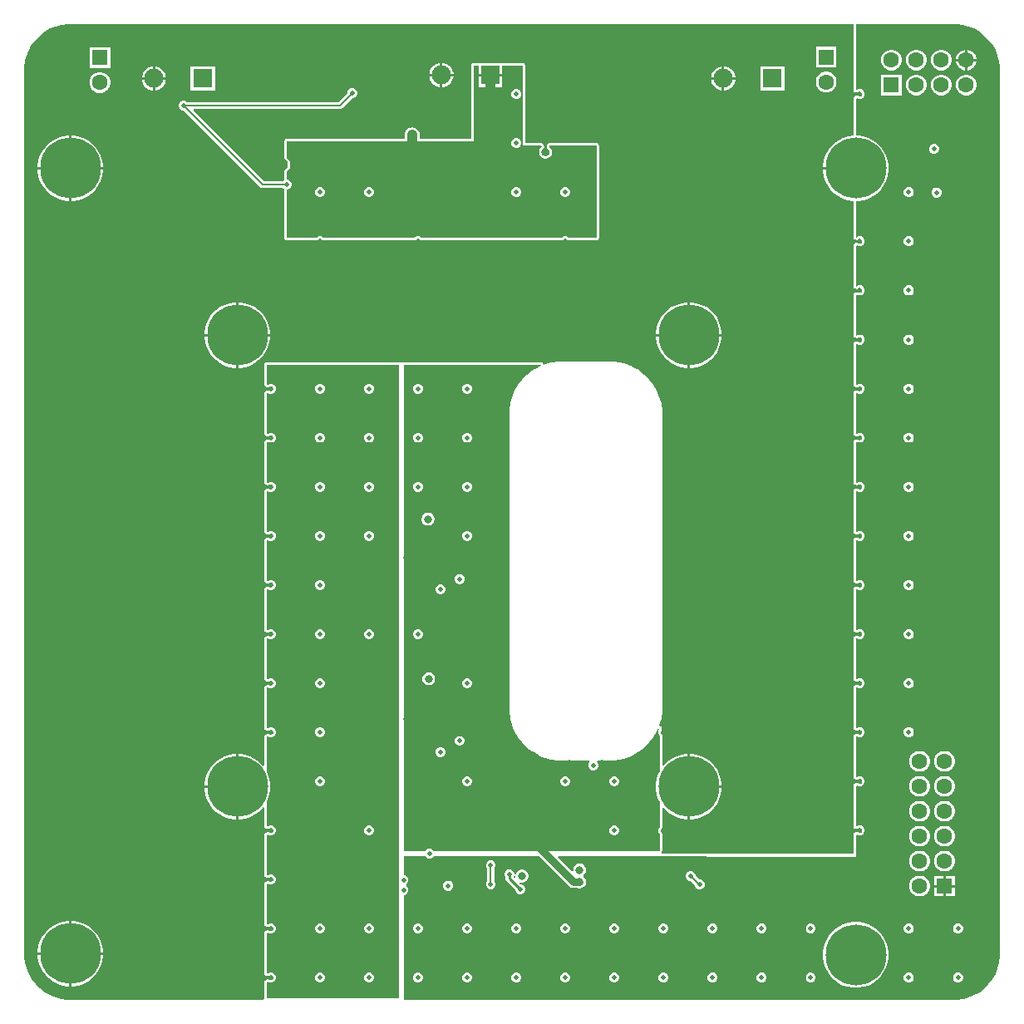
<source format=gbr>
%FSLAX23Y23*%
%MOIN*%
%SFA1B1*%

%IPPOS*%
%ADD40C,0.007870*%
%ADD41C,0.039370*%
%ADD42C,0.029530*%
%ADD43C,0.010000*%
%ADD46R,0.076770X0.076770*%
%ADD47C,0.076770*%
%ADD48C,0.062990*%
%ADD49R,0.062990X0.062990*%
%ADD50R,0.062990X0.062990*%
%ADD51C,0.244100*%
%ADD52C,0.019680*%
%ADD53C,0.050000*%
%ADD54C,0.031500*%
%LNbase_pcb1_copper_signal_bot-1*%
%LPD*%
G36*
X3336Y3662D02*
X3337Y3658D01*
X3339Y3654*
X3342Y3652*
X3347Y3650*
X3351Y3650*
X3354Y3650*
X3356Y3651*
X3360Y3653*
X3364*
X3368Y3652*
X3370Y3649*
X3372Y3645*
Y3641*
X3370Y3638*
X3368Y3635*
X3364Y3634*
X3360*
X3356Y3636*
X3354Y3636*
X3351Y3637*
X3347Y3636*
X3342Y3635*
X3339Y3632*
X3337Y3629*
X3336Y3625*
Y3478*
X3336*
X3315Y3475*
X3295Y3468*
X3277Y3459*
X3260Y3447*
X3245Y3432*
X3233Y3415*
X3224Y3397*
X3217Y3377*
X3214Y3356*
Y3351*
X3346*
Y3341*
X3214*
Y3336*
X3217Y3315*
X3224Y3295*
X3233Y3277*
X3245Y3260*
X3260Y3245*
X3277Y3233*
X3295Y3224*
X3315Y3217*
X3336Y3214*
X3336*
Y3071*
X3337Y3067*
X3339Y3064*
X3342Y3062*
Y3062*
X3347Y3060*
X3351Y3059*
X3354Y3060*
X3356Y3060*
X3360Y3062*
X3364*
X3368Y3061*
X3370Y3058*
X3372Y3055*
Y3051*
X3370Y3047*
X3368Y3045*
X3364Y3043*
X3360*
X3356Y3045*
X3354Y3046*
X3351Y3047*
X3347Y3046*
X3342Y3044*
X3339Y3042*
X3337Y3038*
X3336Y3035*
Y2874*
X3337Y2870*
X3339Y2867*
X3342Y2865*
X3347Y2863*
X3351Y2862*
X3354Y2863*
X3356Y2864*
X3360Y2866*
X3364*
X3368Y2864*
X3370Y2861*
X3372Y2858*
Y2854*
X3370Y2851*
X3368Y2848*
X3364Y2846*
X3360*
X3356Y2848*
X3354Y2849*
X3351Y2850*
X3347Y2849*
X3342Y2847*
X3339Y2845*
X3337Y2842*
X3336Y2838*
Y2677*
X3337Y2673*
X3339Y2670*
X3342Y2668*
X3347Y2666*
X3351Y2665*
X3354Y2666*
X3356Y2667*
X3360Y2669*
X3364*
X3368Y2667*
X3370Y2665*
X3372Y2661*
Y2657*
X3370Y2654*
X3368Y2651*
X3364Y2649*
X3360*
X3356Y2651*
X3354Y2652*
X3351Y2653*
X3347Y2652*
X3342Y2650*
X3339Y2648*
X3337Y2645*
X3336Y2641*
Y2481*
X3337Y2477*
X3339Y2473*
X3342Y2471*
X3347Y2469*
X3351Y2468*
X3354Y2469*
X3356Y2470*
X3360Y2472*
X3364*
X3368Y2470*
X3370Y2468*
X3372Y2464*
Y2460*
X3370Y2457*
X3368Y2454*
X3364Y2453*
X3360*
X3356Y2455*
X3354Y2455*
X3351Y2456*
X3347Y2455*
X3342Y2453*
X3339Y2451*
X3337Y2448*
X3336Y2444*
Y2284*
X3337Y2280*
X3339Y2276*
X3342Y2274*
X3347Y2272*
X3351Y2272*
X3354Y2272*
X3356Y2273*
X3360Y2275*
X3364*
X3368Y2274*
X3370Y2271*
X3372Y2267*
Y2263*
X3370Y2260*
X3368Y2257*
X3364Y2256*
X3360*
X3356Y2258*
X3354Y2258*
X3351Y2259*
X3347Y2258*
X3342Y2257*
X3339Y2254*
X3337Y2251*
X3336Y2247*
Y2087*
X3337Y2083*
X3339Y2080*
X3342Y2077*
X3347Y2076*
X3351Y2075*
X3354Y2076*
X3356Y2076*
X3360Y2078*
X3364*
X3368Y2077*
X3370Y2074*
X3372Y2070*
Y2067*
X3370Y2063*
X3368Y2060*
X3364Y2059*
X3360*
X3356Y2061*
X3354Y2062*
X3351Y2062*
X3347Y2062*
X3342Y2060*
X3339Y2057*
X3337Y2054*
X3336Y2050*
Y1890*
X3337Y1886*
X3339Y1883*
X3342Y1881*
X3347Y1879*
X3351Y1878*
X3354Y1879*
X3356Y1879*
X3360Y1881*
X3364*
X3368Y1880*
X3370Y1877*
X3372Y1874*
Y1870*
X3370Y1866*
X3368Y1864*
X3364Y1862*
X3360*
X3356Y1864*
X3354Y1865*
X3351Y1866*
X3347Y1865*
X3342Y1863*
X3339Y1861*
X3337Y1857*
X3336Y1853*
Y1693*
X3337Y1689*
X3339Y1686*
X3342Y1684*
X3347Y1682*
X3351Y1681*
X3354Y1682*
X3356Y1683*
X3360Y1685*
X3364*
X3368Y1683*
X3370Y1680*
X3372Y1677*
Y1673*
X3370Y1669*
X3368Y1667*
X3364Y1665*
X3360*
X3356Y1667*
X3354Y1668*
X3351Y1669*
X3347Y1668*
X3342Y1666*
X3339Y1664*
X3337Y1660*
X3336Y1657*
Y1496*
X3337Y1492*
X3339Y1489*
X3342Y1487*
X3347Y1485*
X3351Y1484*
X3354Y1485*
X3356Y1486*
X3360Y1488*
X3364*
X3368Y1486*
X3370Y1483*
X3372Y1480*
Y1476*
X3370Y1473*
X3368Y1470*
X3364Y1468*
X3360*
X3356Y1470*
X3354Y1471*
X3351Y1472*
X3347Y1471*
X3342Y1469*
X3339Y1467*
X3337Y1464*
X3336Y1460*
Y1299*
X3337Y1296*
X3339Y1292*
X3342Y1290*
X3347Y1288*
X3351Y1287*
X3354Y1288*
X3356Y1289*
X3360Y1291*
X3364*
X3368Y1289*
X3370Y1287*
X3372Y1283*
Y1279*
X3370Y1276*
X3368Y1273*
X3364Y1272*
X3360*
X3356Y1274*
X3354Y1274*
X3351Y1275*
X3347Y1274*
X3342Y1272*
X3339Y1270*
X3337Y1267*
X3336Y1263*
Y1103*
X3337Y1099*
X3339Y1095*
X3342Y1093*
X3347Y1091*
X3351Y1090*
X3354Y1091*
X3356Y1092*
X3360Y1094*
X3364*
X3368Y1092*
X3370Y1090*
X3372Y1086*
Y1082*
X3370Y1079*
X3368Y1076*
X3364Y1075*
X3360*
X3356Y1077*
X3354Y1077*
X3351Y1078*
X3347Y1077*
X3342Y1075*
X3339Y1073*
X3337Y1070*
X3336Y1066*
Y906*
X3337Y902*
X3339Y899*
X3342Y896*
X3347Y894*
X3351Y894*
X3354Y894*
X3356Y895*
X3360Y897*
X3364*
X3368Y896*
X3370Y893*
X3372Y889*
Y886*
X3370Y882*
X3368Y879*
X3364Y878*
X3360*
X3356Y880*
X3354Y881*
X3351Y881*
X3347Y881*
X3342Y879*
X3339Y876*
X3337Y873*
X3336Y869*
Y709*
X3337Y705*
X3339Y702*
X3342Y699*
X3347Y698*
X3351Y697*
X3354Y698*
X3356Y698*
X3360Y700*
X3364*
X3368Y699*
X3370Y696*
X3372Y693*
Y689*
X3370Y685*
X3368Y682*
X3364Y681*
X3360*
X3356Y683*
X3354Y684*
X3351Y684*
X3347Y684*
X3342Y682*
X3339Y680*
X3337Y676*
X3336Y672*
Y599*
X3332Y596*
X2569Y597*
X2567Y600*
X2567Y602*
X2568Y604*
X2569Y605*
Y605*
X2569Y607*
X2570Y609*
Y678*
X2569Y682*
X2567Y685*
X2567Y685*
X2565Y689*
Y693*
X2567Y696*
X2567Y696*
X2569Y699*
X2570Y703*
Y780*
X2574Y782*
X2576Y780*
X2591Y765*
X2607Y753*
X2626Y743*
X2646Y737*
X2666Y734*
X2672*
Y866*
Y998*
X2666*
X2646Y994*
X2626Y988*
X2607Y979*
X2591Y966*
X2576Y952*
X2574Y950*
X2570Y951*
Y1072*
X2569Y1076*
X2567Y1079*
X2567Y1079*
X2565Y1082*
Y1086*
X2567Y1090*
X2567Y1090*
X2568Y1091*
X2568Y1093*
X2569Y1093*
X2569Y1094*
X2569Y1095*
X2569Y1097*
X2569Y1097*
X2569Y1098*
X2569Y1101*
X2569Y1101*
X2569Y1102*
X2568Y1103*
X2568Y1104*
X2567Y1105*
X2567Y1106*
X2566Y1106*
X2565Y1107*
X2564Y1108*
X2564Y1108*
X2563Y1109*
X2561Y1109*
X2561Y1110*
X2560Y1112*
X2560Y1112*
X2559Y1115*
X2566Y1139*
X2566Y1140*
X2566Y1140*
X2570Y1166*
X2570Y1167*
X2570Y1168*
Y1181*
X2570Y2361*
Y2361*
X2570Y2374*
X2570Y2375*
X2570Y2376*
X2566Y2401*
X2566Y2402*
X2566Y2403*
X2559Y2428*
X2559Y2429*
X2559Y2429*
X2549Y2453*
X2549Y2454*
X2548Y2455*
X2535Y2477*
X2535Y2478*
X2534Y2478*
X2519Y2499*
X2518Y2499*
X2518Y2500*
X2499Y2518*
X2499Y2519*
X2498Y2519*
X2478Y2535*
X2477Y2536*
X2476Y2536*
X2454Y2549*
X2453Y2549*
X2452Y2550*
X2428Y2560*
X2428Y2560*
X2427Y2560*
X2402Y2567*
X2401Y2567*
X2400Y2567*
X2375Y2571*
X2374Y2570*
X2373Y2571*
X2360Y2571*
X2166*
X2153*
X2153Y2570*
X2152Y2570*
X2126Y2567*
X2125Y2567*
X2125Y2567*
X2100Y2560*
X2099Y2560*
X2098Y2560*
X2097Y2559*
X2092Y2562*
X2092Y2563*
X2091Y2564*
X2091Y2565*
X2090Y2566*
X2089Y2566*
X2089Y2567*
X2088Y2567*
X2087Y2568*
X2086Y2568*
X2085Y2569*
X2084*
X2083Y2569*
X1533*
X1529Y2568*
X1527Y2567*
X1524Y2566*
X1520Y2567*
X1519Y2568*
X1515Y2569*
X984*
X980Y2568*
X977Y2566*
X974Y2562*
X974Y2559*
Y2481*
X974Y2477*
X977Y2473*
X980Y2471*
X984Y2469*
X988Y2468*
X992Y2469*
X993Y2470*
X998Y2472*
X1002*
X1006Y2470*
X1008Y2468*
X1010Y2464*
Y2460*
X1008Y2457*
X1006Y2454*
X1002Y2453*
X998*
X993Y2455*
X992Y2455*
X988Y2456*
X984Y2455*
X980Y2453*
X977Y2451*
X974Y2448*
X974Y2444*
Y2284*
X974Y2280*
X977Y2276*
X980Y2274*
X984Y2272*
X988Y2272*
X992Y2272*
X993Y2273*
X998Y2275*
X1002*
X1006Y2274*
X1008Y2271*
X1010Y2267*
Y2263*
X1008Y2260*
X1006Y2257*
X1002Y2256*
X998*
X993Y2258*
X992Y2258*
X988Y2259*
X984Y2258*
X980Y2257*
X977Y2254*
X974Y2251*
X974Y2247*
Y2087*
X974Y2083*
X977Y2080*
X980Y2077*
X984Y2076*
X988Y2075*
X992Y2076*
X993Y2076*
X998Y2078*
X1002*
X1006Y2077*
X1008Y2074*
X1010Y2070*
Y2067*
X1008Y2063*
X1006Y2060*
X1002Y2059*
X998*
X993Y2061*
X992Y2062*
X988Y2062*
X984Y2062*
X980Y2060*
X977Y2057*
X974Y2054*
X974Y2050*
Y1890*
X974Y1886*
X977Y1883*
X980Y1881*
X984Y1879*
X988Y1878*
X992Y1879*
X993Y1879*
X998Y1881*
X1002*
X1006Y1880*
X1008Y1877*
X1010Y1874*
Y1870*
X1008Y1866*
X1006Y1864*
X1002Y1862*
X998*
X993Y1864*
X992Y1865*
X988Y1866*
X984Y1865*
X980Y1863*
X977Y1861*
X974Y1857*
X974Y1853*
Y1693*
X974Y1689*
X977Y1686*
X980Y1684*
X984Y1682*
X988Y1681*
X992Y1682*
X993Y1683*
X998Y1685*
X1002*
X1006Y1683*
X1008Y1680*
X1010Y1677*
Y1673*
X1008Y1669*
X1006Y1667*
X1002Y1665*
X998*
X993Y1667*
X992Y1668*
X988Y1669*
X984Y1668*
X980Y1666*
X977Y1664*
X974Y1660*
X974Y1657*
Y1496*
X974Y1492*
X977Y1489*
X980Y1487*
X984Y1485*
X988Y1484*
X992Y1485*
X993Y1486*
X998Y1488*
X1002*
X1006Y1486*
X1008Y1483*
X1010Y1480*
Y1476*
X1008Y1473*
X1006Y1470*
X1002Y1468*
X998*
X993Y1470*
X992Y1471*
X988Y1472*
X984Y1471*
X980Y1469*
X977Y1467*
X974Y1464*
X974Y1460*
Y1299*
X974Y1296*
X977Y1292*
X980Y1290*
X984Y1288*
X988Y1287*
X992Y1288*
X993Y1289*
X998Y1291*
X1002*
X1006Y1289*
X1008Y1287*
X1010Y1283*
Y1279*
X1008Y1276*
X1006Y1273*
X1002Y1272*
X998*
X993Y1274*
X992Y1274*
X988Y1275*
X984Y1274*
X980Y1272*
X977Y1270*
X974Y1267*
X974Y1263*
Y1103*
X974Y1099*
X977Y1095*
X980Y1093*
X984Y1091*
X988Y1090*
X992Y1091*
X993Y1092*
X998Y1094*
X1002*
X1006Y1092*
X1008Y1090*
X1010Y1086*
Y1082*
X1008Y1079*
X1006Y1076*
X1002Y1075*
X998*
X993Y1077*
X992Y1077*
X988Y1078*
X984Y1077*
X980Y1075*
X977Y1073*
X974Y1070*
X974Y1066*
Y950*
X969Y948*
X966Y952*
X952Y966*
X935Y979*
X916Y988*
X897Y994*
X876Y998*
X871*
Y866*
Y734*
X876*
X897Y737*
X916Y743*
X935Y753*
X952Y765*
X966Y780*
X969Y783*
X974Y781*
Y709*
X974Y705*
X977Y702*
X980Y699*
X984Y698*
X988Y697*
X992Y698*
X993Y698*
X998Y700*
X1002*
X1006Y699*
X1008Y696*
X1010Y693*
Y689*
X1008Y685*
X1006Y682*
X1002Y681*
X998*
X993Y683*
X992Y684*
X988Y684*
X984Y684*
X980Y682*
X977Y680*
X974Y676*
X974Y672*
Y512*
X974Y508*
X977Y505*
X980Y503*
X984Y501*
X988Y500*
X992Y501*
X993Y501*
X998Y503*
X1002*
X1006Y502*
X1008Y499*
X1010Y496*
Y492*
X1008Y488*
X1006Y486*
X1002Y484*
X998*
X993Y486*
X992Y487*
X988Y488*
X984Y487*
X980Y485*
X977Y483*
X974Y479*
X974Y475*
Y315*
X974Y311*
X977Y308*
X980Y306*
X984Y304*
X988Y303*
X992Y304*
X993Y305*
X998Y307*
X1002*
X1006Y305*
X1008Y302*
X1010Y299*
Y295*
X1008Y291*
X1006Y289*
X1002Y287*
X998*
X993Y289*
X992Y290*
X988Y291*
X984Y290*
X980Y288*
X977Y286*
X974Y283*
X974Y279*
Y118*
X974Y114*
X977Y111*
X980Y109*
X984Y107*
X988Y106*
X992Y107*
X993Y108*
X998Y110*
X1002*
X1006Y108*
X1008Y106*
X1010Y102*
Y98*
X1008Y95*
X1006Y92*
X1002Y90*
X998*
X993Y92*
X992Y93*
X988Y94*
X984Y93*
X980Y91*
X977Y89*
X974Y86*
X974Y82*
Y19*
X974Y17*
X972Y13*
X971Y12*
X184*
X160Y15*
X137Y21*
X114Y30*
X93Y42*
X74Y57*
X57Y74*
X42Y93*
X30Y114*
X21Y137*
X15Y160*
X12Y184*
Y196*
Y3740*
Y3752*
X15Y3776*
X21Y3799*
X30Y3822*
X42Y3843*
X57Y3862*
X74Y3879*
X93Y3894*
X114Y3906*
X137Y3915*
X160Y3921*
X184Y3924*
X3336*
Y3662*
G37*
G36*
X3776Y3921D02*
X3799Y3915D01*
X3822Y3906*
X3843Y3894*
X3862Y3879*
X3879Y3862*
X3894Y3843*
X3906Y3822*
X3915Y3799*
X3921Y3776*
X3924Y3752*
Y3740*
Y196*
Y184*
X3921Y160*
X3915Y137*
X3906Y114*
X3894Y93*
X3879Y74*
X3862Y57*
X3843Y42*
X3822Y30*
X3799Y21*
X3776Y15*
X3752Y12*
X1533*
Y432*
X1536*
X1544Y435*
X1549Y441*
X1552Y448*
Y456*
X1549Y464*
X1544Y469*
X1543Y469*
Y474*
X1544Y475*
X1549Y480*
X1552Y488*
Y496*
X1549Y503*
X1544Y508*
X1536Y511*
X1533*
Y586*
X1536Y589*
X1618Y589*
X1620Y586*
X1625Y580*
X1632Y577*
X1640*
X1648Y580*
X1653Y586*
X1654Y589*
X2012Y588*
X2075Y588*
X2196Y467*
X2205Y462*
X2214Y460*
X2232*
X2235Y459*
X2242*
X2249Y461*
X2254Y464*
X2259Y469*
X2263Y475*
X2264Y481*
Y488*
X2263Y495*
X2259Y500*
X2254Y505*
X2253Y506*
Y511*
X2254Y511*
X2259Y516*
X2263Y522*
X2264Y529*
Y535*
X2263Y542*
X2259Y548*
X2254Y553*
X2249Y556*
X2242Y558*
X2235*
X2229Y556*
X2223Y553*
X2218Y548*
X2215Y542*
X2213Y535*
Y529*
X2211Y528*
X2208Y527*
X2152Y583*
X2154Y588*
X3346Y585*
Y672*
X3351Y674*
X3351Y674*
X3358Y671*
X3366*
X3374Y674*
X3379Y679*
X3382Y687*
Y695*
X3379Y702*
X3374Y707*
X3366Y710*
X3358*
X3351Y707*
X3351Y707*
X3346Y709*
Y869*
X3351Y871*
X3351Y871*
X3358Y868*
X3366*
X3374Y871*
X3379Y876*
X3382Y884*
Y891*
X3379Y899*
X3374Y904*
X3366Y907*
X3358*
X3351Y904*
X3351Y904*
X3346Y906*
Y1066*
X3351Y1068*
X3351Y1067*
X3358Y1064*
X3366*
X3374Y1067*
X3379Y1073*
X3382Y1080*
Y1088*
X3379Y1096*
X3374Y1101*
X3366Y1104*
X3358*
X3351Y1101*
X3351Y1101*
X3346Y1103*
Y1263*
X3351Y1265*
X3351Y1264*
X3358Y1261*
X3366*
X3374Y1264*
X3379Y1270*
X3382Y1277*
Y1285*
X3379Y1292*
X3374Y1298*
X3366Y1301*
X3358*
X3351Y1298*
X3351Y1298*
X3346Y1299*
Y1460*
X3351Y1462*
X3351Y1461*
X3358Y1458*
X3366*
X3374Y1461*
X3379Y1467*
X3382Y1474*
Y1482*
X3379Y1489*
X3374Y1495*
X3366Y1498*
X3358*
X3351Y1495*
X3351Y1494*
X3346Y1496*
Y1657*
X3351Y1659*
X3351Y1658*
X3358Y1655*
X3366*
X3374Y1658*
X3379Y1664*
X3382Y1671*
Y1679*
X3379Y1686*
X3374Y1692*
X3366Y1695*
X3358*
X3351Y1692*
X3351Y1691*
X3346Y1693*
Y1853*
X3351Y1855*
X3351Y1855*
X3358Y1852*
X3366*
X3374Y1855*
X3379Y1860*
X3382Y1868*
Y1876*
X3379Y1883*
X3374Y1889*
X3366Y1892*
X3358*
X3351Y1889*
X3351Y1888*
X3346Y1890*
Y2050*
X3351Y2052*
X3351Y2052*
X3358Y2049*
X3366*
X3374Y2052*
X3379Y2057*
X3382Y2065*
Y2073*
X3379Y2080*
X3374Y2085*
X3366Y2088*
X3358*
X3351Y2085*
X3351Y2085*
X3346Y2087*
Y2247*
X3351Y2249*
X3351Y2249*
X3358Y2246*
X3366*
X3374Y2249*
X3379Y2254*
X3382Y2261*
Y2269*
X3379Y2277*
X3374Y2282*
X3366Y2285*
X3358*
X3351Y2282*
X3351Y2282*
X3346Y2284*
Y2444*
X3351Y2446*
X3351Y2445*
X3358Y2442*
X3366*
X3374Y2445*
X3379Y2451*
X3382Y2458*
Y2466*
X3379Y2474*
X3374Y2479*
X3366Y2482*
X3358*
X3351Y2479*
X3351Y2479*
X3346Y2481*
Y2641*
X3351Y2643*
X3351Y2642*
X3358Y2639*
X3366*
X3374Y2642*
X3379Y2648*
X3382Y2655*
Y2663*
X3379Y2670*
X3374Y2676*
X3366Y2679*
X3358*
X3351Y2676*
X3351Y2675*
X3346Y2677*
Y2838*
X3351Y2840*
X3351Y2839*
X3358Y2836*
X3366*
X3374Y2839*
X3379Y2845*
X3382Y2852*
Y2860*
X3379Y2867*
X3374Y2873*
X3366Y2876*
X3358*
X3351Y2873*
X3351Y2872*
X3346Y2874*
Y3035*
X3351Y3036*
X3351Y3036*
X3358Y3033*
X3366*
X3374Y3036*
X3379Y3042*
X3382Y3049*
Y3057*
X3379Y3064*
X3374Y3070*
X3366Y3073*
X3358*
X3351Y3070*
X3351Y3069*
X3346Y3071*
Y3214*
X3356*
X3377Y3217*
X3397Y3224*
X3415Y3233*
X3432Y3245*
X3447Y3260*
X3459Y3277*
X3468Y3295*
X3475Y3315*
X3478Y3336*
Y3356*
X3475Y3377*
X3468Y3397*
X3459Y3415*
X3447Y3432*
X3432Y3447*
X3415Y3459*
X3397Y3468*
X3377Y3475*
X3356Y3478*
X3346*
Y3625*
X3351Y3627*
X3351Y3627*
X3358Y3624*
X3366*
X3374Y3627*
X3379Y3632*
X3382Y3639*
Y3647*
X3379Y3655*
X3374Y3660*
X3366Y3663*
X3358*
X3351Y3660*
X3351Y3660*
X3346Y3662*
Y3924*
X3752*
X3776Y3921*
G37*
G36*
X1515Y502D02*
X1513Y496D01*
Y488*
X1515Y481*
Y462*
X1513Y456*
Y448*
X1515Y442*
Y19*
X984*
Y82*
X988Y84*
X989Y83*
X996Y80*
X1004*
X1011Y83*
X1017Y89*
X1020Y96*
Y104*
X1017Y111*
X1011Y117*
X1004Y120*
X996*
X989Y117*
X988Y116*
X984Y118*
Y279*
X988Y281*
X989Y280*
X996Y277*
X1004*
X1011Y280*
X1017Y286*
X1020Y293*
Y301*
X1017Y308*
X1011Y314*
X1004Y317*
X996*
X989Y314*
X988Y313*
X984Y315*
Y475*
X988Y477*
X989Y477*
X996Y474*
X1004*
X1011Y477*
X1017Y483*
X1020Y490*
Y498*
X1017Y505*
X1011Y511*
X1004Y514*
X996*
X989Y511*
X988Y510*
X984Y512*
Y672*
X988Y674*
X989Y674*
X996Y671*
X1004*
X1011Y674*
X1017Y679*
X1020Y687*
Y695*
X1017Y702*
X1011Y707*
X1004Y710*
X996*
X989Y707*
X988Y707*
X984Y709*
Y807*
X988Y815*
X994Y835*
X998Y855*
Y876*
X994Y897*
X988Y916*
X984Y925*
Y1066*
X988Y1068*
X989Y1067*
X996Y1064*
X1004*
X1011Y1067*
X1017Y1073*
X1020Y1080*
Y1088*
X1017Y1096*
X1011Y1101*
X1004Y1104*
X996*
X989Y1101*
X988Y1101*
X984Y1103*
Y1263*
X988Y1265*
X989Y1264*
X996Y1261*
X1004*
X1011Y1264*
X1017Y1270*
X1020Y1277*
Y1285*
X1017Y1292*
X1011Y1298*
X1004Y1301*
X996*
X989Y1298*
X988Y1298*
X984Y1299*
Y1460*
X988Y1462*
X989Y1461*
X996Y1458*
X1004*
X1011Y1461*
X1017Y1467*
X1020Y1474*
Y1482*
X1017Y1489*
X1011Y1495*
X1004Y1498*
X996*
X989Y1495*
X988Y1494*
X984Y1496*
Y1657*
X988Y1659*
X989Y1658*
X996Y1655*
X1004*
X1011Y1658*
X1017Y1664*
X1020Y1671*
Y1679*
X1017Y1686*
X1011Y1692*
X1004Y1695*
X996*
X989Y1692*
X988Y1691*
X984Y1693*
Y1853*
X988Y1855*
X989Y1855*
X996Y1852*
X1004*
X1011Y1855*
X1017Y1860*
X1020Y1868*
Y1876*
X1017Y1883*
X1011Y1889*
X1004Y1892*
X996*
X989Y1889*
X988Y1888*
X984Y1890*
Y2050*
X988Y2052*
X989Y2052*
X996Y2049*
X1004*
X1011Y2052*
X1017Y2057*
X1020Y2065*
Y2073*
X1017Y2080*
X1011Y2085*
X1004Y2088*
X996*
X989Y2085*
X988Y2085*
X984Y2087*
Y2247*
X988Y2249*
X989Y2249*
X996Y2246*
X1004*
X1011Y2249*
X1017Y2254*
X1020Y2261*
Y2269*
X1017Y2277*
X1011Y2282*
X1004Y2285*
X996*
X989Y2282*
X988Y2282*
X984Y2284*
Y2444*
X988Y2446*
X989Y2445*
X996Y2442*
X1004*
X1011Y2445*
X1017Y2451*
X1020Y2458*
Y2466*
X1017Y2474*
X1011Y2479*
X1004Y2482*
X996*
X989Y2479*
X988Y2479*
X984Y2481*
Y2559*
X1515*
Y502*
G37*
G36*
X2084Y2554D02*
X2074Y2550D01*
X2074Y2549*
X2073Y2549*
X2050Y2536*
X2050Y2536*
X2049Y2535*
X2029Y2519*
X2028Y2519*
X2027Y2518*
X2009Y2500*
X2009Y2499*
X2008Y2499*
X1992Y2478*
X1992Y2478*
X1991Y2477*
X1979Y2455*
X1978Y2454*
X1978Y2453*
X1968Y2429*
X1968Y2429*
X1967Y2428*
X1961Y2403*
X1961Y2402*
X1960Y2401*
X1957Y2376*
X1957Y2375*
X1957Y2374*
Y2361*
Y1181*
Y1168*
X1957Y1167*
X1957Y1166*
X1960Y1140*
X1961Y1140*
X1961Y1139*
X1967Y1114*
X1968Y1113*
X1968Y1112*
X1978Y1088*
X1978Y1088*
X1979Y1087*
X1991Y1065*
X1992Y1064*
X1992Y1063*
X2008Y1043*
X2009Y1042*
X2009Y1042*
X2027Y1023*
X2028Y1023*
X2029Y1022*
X2049Y1007*
X2050Y1006*
X2050Y1006*
X2073Y993*
X2074Y992*
X2074Y992*
X2098Y982*
X2099Y982*
X2100Y982*
X2125Y975*
X2125Y975*
X2126Y975*
X2152Y971*
X2153Y971*
X2153Y971*
X2166*
X2188*
X2192Y972*
X2199Y975*
X2204Y972*
X2204Y970*
X2277*
X2279Y965*
X2276Y963*
X2273Y955*
Y947*
X2276Y940*
X2282Y934*
X2289Y931*
X2297*
X2304Y934*
X2310Y940*
X2313Y947*
Y955*
X2310Y963*
X2308Y965*
X2310Y970*
X2322*
Y972*
X2322Y972*
X2327Y974*
X2333Y972*
X2337Y971*
X2341*
X2373*
X2374Y971*
X2375Y971*
X2400Y975*
X2401Y975*
X2402Y975*
X2427Y982*
X2428Y982*
X2428Y982*
X2452Y992*
X2453Y992*
X2454Y993*
X2476Y1006*
X2477Y1006*
X2477Y1007*
X2498Y1022*
X2498Y1023*
X2499Y1023*
X2517Y1042*
X2518Y1042*
X2518Y1043*
X2534Y1063*
X2535Y1064*
X2535Y1065*
X2548Y1087*
X2548Y1088*
X2549Y1088*
X2554Y1100*
X2559Y1099*
X2559Y1097*
X2558Y1096*
X2555Y1088*
Y1080*
X2558Y1073*
X2560Y1072*
Y927*
X2554Y916*
X2548Y897*
X2545Y876*
Y855*
X2548Y835*
X2554Y815*
X2560Y805*
Y703*
X2558Y702*
X2555Y695*
Y687*
X2558Y679*
X2560Y678*
Y609*
X1653Y608*
X1653Y608*
X1648Y614*
X1640Y617*
X1632*
X1625Y614*
X1620Y608*
X1619Y608*
X1536Y608*
X1533Y611*
Y2559*
X2083*
X2084Y2554*
G37*
%LNbase_pcb1_copper_signal_bot-2*%
%LPC*%
G36*
X2010Y3769D02*
X1929D01*
X1927Y3768*
X1835*
X1833Y3769*
X1814*
X1811Y3768*
X1807Y3766*
X1805Y3763*
X1804Y3759*
Y3464*
X1597*
Y3480*
X1596Y3488*
X1593Y3495*
X1588Y3501*
X1582Y3506*
X1574Y3509*
X1567Y3510*
X1559Y3509*
X1552Y3506*
X1545Y3501*
X1541Y3495*
X1538Y3488*
X1537Y3480*
Y3464*
X1063*
X1059Y3463*
X1056Y3461*
X1054Y3458*
X1053Y3454*
Y3390*
X1053Y3389*
X1053Y3387*
X1054Y3387*
X1054Y3386*
X1054Y3385*
X1055Y3384*
X1056Y3383*
X1056Y3383*
X1057Y3382*
X1058Y3381*
X1059Y3381*
X1063Y3376*
X1067Y3370*
X1068Y3364*
Y3358*
X1067Y3351*
X1063Y3346*
X1059Y3341*
X1058Y3341*
X1057Y3340*
X1056Y3339*
X1056Y3338*
X1055Y3338*
X1054Y3337*
X1054Y3336*
X1054Y3335*
X1053Y3334*
X1053Y3333*
X1053Y3332*
Y3301*
X1053Y3298*
X1052Y3298*
X1049Y3295*
X974*
X690Y3579*
X691Y3584*
X1276*
X1282Y3585*
X1286Y3588*
X1327Y3628*
X1330*
X1338Y3631*
X1343Y3637*
X1346Y3644*
Y3652*
X1343Y3659*
X1338Y3665*
X1330Y3668*
X1322*
X1315Y3665*
X1309Y3659*
X1306Y3652*
Y3648*
X1270Y3612*
X664*
X662Y3615*
X655Y3618*
X647*
X639Y3615*
X634Y3609*
X631Y3602*
Y3594*
X634Y3587*
X639Y3581*
X647Y3578*
X650*
X958Y3271*
X962Y3268*
X968Y3267*
X1049*
X1052Y3264*
X1053Y3264*
X1053Y3261*
Y3069*
X1054Y3065*
X1056Y3062*
X1059Y3059*
X1063Y3059*
X1185*
X1189Y3059*
X1191Y3061*
X1195Y3062*
X1199*
X1203Y3061*
X1205Y3059*
X1209Y3059*
X1579*
X1583Y3059*
X1584Y3061*
X1589Y3062*
X1593*
X1597Y3061*
X1599Y3059*
X1603Y3059*
X2169*
X2173Y3059*
X2175Y3061*
X2179Y3062*
X2183*
X2188Y3061*
X2189Y3059*
X2193Y3059*
X2306*
X2310Y3059*
X2313Y3062*
X2315Y3065*
X2316Y3069*
Y3436*
X2315Y3440*
X2313Y3443*
X2310Y3446*
X2306Y3446*
X2119*
X2118Y3446*
X2117Y3446*
X2116Y3446*
X2115Y3446*
X2114Y3445*
X2114Y3445*
X2113Y3444*
X2111Y3443*
X2111Y3443*
X2111Y3442*
X2110Y3441*
X2109Y3440*
X2109Y3439*
X2109Y3439*
X2107Y3434*
X2107Y3433*
X2107Y3433*
X2107Y3432*
X2107Y3431*
X2107Y3431*
X2107Y3430*
X2107Y3429*
X2107Y3429*
X2108Y3428*
X2108Y3427*
X2108Y3427*
X2108Y3426*
X2109Y3426*
X2109Y3425*
X2110Y3424*
X2110Y3424*
X2114Y3420*
X2116Y3417*
X2117Y3413*
Y3409*
X2116Y3405*
X2114Y3401*
X2111Y3398*
X2108Y3396*
X2104Y3395*
X2100*
X2096Y3396*
X2092Y3398*
X2089Y3401*
X2087Y3405*
X2086Y3409*
Y3413*
X2087Y3417*
X2089Y3420*
X2093Y3424*
X2093Y3424*
X2094Y3425*
X2094Y3426*
X2095Y3426*
X2095Y3427*
X2095Y3427*
X2095Y3428*
X2096Y3429*
X2096Y3429*
X2096Y3430*
X2096Y3431*
X2096Y3431*
X2096Y3432*
X2096Y3433*
X2096Y3433*
X2096Y3434*
X2094Y3439*
X2094Y3439*
X2094Y3440*
X2093Y3441*
X2093Y3442*
X2092Y3443*
X2092Y3443*
X2091Y3444*
X2090Y3445*
X2089Y3445*
X2088Y3446*
X2087Y3446*
X2086Y3446*
X2085Y3446*
X2084Y3446*
X2020*
Y3759*
X2019Y3763*
X2017Y3766*
X2014Y3768*
X2010Y3769*
G37*
G36*
X3269Y3833D02*
X3186D01*
Y3750*
X3269*
Y3833*
G37*
G36*
X356Y3832D02*
X273D01*
Y3749*
X356*
Y3832*
G37*
G36*
X1690Y3768D02*
X1689D01*
Y3725*
X1733*
Y3726*
X1729Y3739*
X1723Y3750*
X1714Y3759*
X1703Y3765*
X1690Y3768*
G37*
G36*
X1679D02*
X1678D01*
X1665Y3765*
X1654Y3759*
X1645Y3750*
X1639Y3739*
X1636Y3726*
Y3725*
X1679*
Y3768*
G37*
G36*
X2821Y3755D02*
X2819D01*
Y3712*
X2863*
Y3713*
X2860Y3725*
X2853Y3736*
X2844Y3745*
X2833Y3752*
X2821Y3755*
G37*
G36*
X2809D02*
X2808D01*
X2796Y3752*
X2785Y3745*
X2776Y3736*
X2769Y3725*
X2766Y3713*
Y3712*
X2809*
Y3755*
G37*
G36*
X537Y3754D02*
X536D01*
Y3711*
X579*
Y3712*
X576Y3724*
X570Y3735*
X561Y3744*
X550Y3751*
X537Y3754*
G37*
G36*
X526D02*
X525D01*
X512Y3751*
X501Y3744*
X492Y3735*
X486Y3724*
X483Y3712*
Y3711*
X526*
Y3754*
G37*
G36*
X1733Y3715D02*
X1689D01*
Y3672*
X1690*
X1703Y3675*
X1714Y3681*
X1723Y3690*
X1729Y3701*
X1733Y3714*
Y3715*
G37*
G36*
X1679D02*
X1636D01*
Y3714*
X1639Y3701*
X1645Y3690*
X1654Y3681*
X1665Y3675*
X1678Y3672*
X1679*
Y3715*
G37*
G36*
X3060Y3755D02*
X2963D01*
Y3658*
X3060*
Y3755*
G37*
G36*
X2863Y3702D02*
X2819D01*
Y3658*
X2821*
X2833Y3661*
X2844Y3668*
X2853Y3677*
X2860Y3688*
X2863Y3700*
Y3702*
G37*
G36*
X2809D02*
X2766D01*
Y3700*
X2769Y3688*
X2776Y3677*
X2785Y3668*
X2796Y3661*
X2808Y3658*
X2809*
Y3702*
G37*
G36*
X776Y3754D02*
X679D01*
Y3657*
X776*
Y3754*
G37*
G36*
X579Y3701D02*
X536D01*
Y3657*
X537*
X550Y3661*
X561Y3667*
X570Y3676*
X576Y3687*
X579Y3699*
Y3701*
G37*
G36*
X526D02*
X483D01*
Y3699*
X486Y3687*
X492Y3676*
X501Y3667*
X512Y3661*
X525Y3657*
X526*
Y3701*
G37*
G36*
X3233Y3733D02*
X3222D01*
X3212Y3730*
X3202Y3725*
X3195Y3717*
X3189Y3708*
X3186Y3697*
Y3686*
X3189Y3676*
X3195Y3666*
X3202Y3658*
X3212Y3653*
X3222Y3650*
X3233*
X3244Y3653*
X3253Y3658*
X3261Y3666*
X3267Y3676*
X3269Y3686*
Y3697*
X3267Y3708*
X3261Y3717*
X3253Y3725*
X3244Y3730*
X3233Y3733*
G37*
G36*
X320Y3732D02*
X309D01*
X298Y3729*
X289Y3724*
X281Y3716*
X276Y3707*
X273Y3696*
Y3685*
X276Y3675*
X281Y3665*
X289Y3658*
X298Y3652*
X309Y3649*
X320*
X330Y3652*
X340Y3658*
X348Y3665*
X353Y3675*
X356Y3685*
Y3696*
X353Y3707*
X348Y3716*
X340Y3724*
X330Y3729*
X320Y3732*
G37*
G36*
X207Y3478D02*
X201D01*
Y3351*
X328*
Y3356*
X325Y3377*
X319Y3397*
X309Y3415*
X297Y3432*
X282Y3447*
X266Y3459*
X247Y3468*
X227Y3475*
X207Y3478*
G37*
G36*
X191D02*
X186D01*
X165Y3475*
X146Y3468*
X127Y3459*
X110Y3447*
X96Y3432*
X83Y3415*
X74Y3397*
X68Y3377*
X64Y3356*
Y3351*
X191*
Y3478*
G37*
G36*
X328Y3341D02*
X201D01*
Y3214*
X207*
X227Y3217*
X247Y3224*
X266Y3233*
X282Y3245*
X297Y3260*
X309Y3277*
X319Y3295*
X325Y3315*
X328Y3336*
Y3341*
G37*
G36*
X191D02*
X64D01*
Y3336*
X68Y3315*
X74Y3295*
X83Y3277*
X96Y3260*
X110Y3245*
X127Y3233*
X146Y3224*
X165Y3217*
X186Y3214*
X191*
Y3341*
G37*
G36*
X2687Y2809D02*
X2682D01*
Y2682*
X2809*
Y2687*
X2805Y2708*
X2799Y2727*
X2790Y2746*
X2777Y2763*
X2763Y2777*
X2746Y2790*
X2727Y2799*
X2708Y2805*
X2687Y2809*
G37*
G36*
X2672D02*
X2666D01*
X2646Y2805*
X2626Y2799*
X2607Y2790*
X2591Y2777*
X2576Y2763*
X2564Y2746*
X2554Y2727*
X2548Y2708*
X2545Y2687*
Y2682*
X2672*
Y2809*
G37*
G36*
X876D02*
X871D01*
Y2682*
X998*
Y2687*
X994Y2708*
X988Y2727*
X979Y2746*
X966Y2763*
X952Y2777*
X935Y2790*
X916Y2799*
X897Y2805*
X876Y2809*
G37*
G36*
X861D02*
X855D01*
X835Y2805*
X815Y2799*
X796Y2790*
X780Y2777*
X765Y2763*
X753Y2746*
X743Y2727*
X737Y2708*
X734Y2687*
Y2682*
X861*
Y2809*
G37*
G36*
X2809Y2672D02*
X2682D01*
Y2545*
X2687*
X2708Y2548*
X2727Y2554*
X2746Y2564*
X2763Y2576*
X2777Y2591*
X2790Y2607*
X2799Y2626*
X2805Y2646*
X2809Y2666*
Y2672*
G37*
G36*
X2672D02*
X2545D01*
Y2666*
X2548Y2646*
X2554Y2626*
X2564Y2607*
X2576Y2591*
X2591Y2576*
X2607Y2564*
X2626Y2554*
X2646Y2548*
X2666Y2545*
X2672*
Y2672*
G37*
G36*
X998D02*
X871D01*
Y2545*
X876*
X897Y2548*
X916Y2554*
X935Y2564*
X952Y2576*
X966Y2591*
X979Y2607*
X988Y2626*
X994Y2646*
X998Y2666*
Y2672*
G37*
G36*
X861D02*
X734D01*
Y2666*
X737Y2646*
X743Y2626*
X753Y2607*
X765Y2591*
X780Y2576*
X796Y2564*
X815Y2554*
X835Y2548*
X855Y2545*
X861*
Y2672*
G37*
G36*
X2687Y998D02*
X2682D01*
Y871*
X2809*
Y876*
X2805Y897*
X2799Y916*
X2790Y935*
X2777Y952*
X2763Y966*
X2746Y979*
X2727Y988*
X2708Y994*
X2687Y998*
G37*
G36*
X861D02*
X855D01*
X835Y994*
X815Y988*
X796Y979*
X780Y966*
X765Y952*
X753Y935*
X743Y916*
X737Y897*
X734Y876*
Y871*
X861*
Y998*
G37*
G36*
X2809Y861D02*
X2682D01*
Y734*
X2687*
X2708Y737*
X2727Y743*
X2746Y753*
X2763Y765*
X2777Y780*
X2790Y796*
X2799Y815*
X2805Y835*
X2809Y855*
Y861*
G37*
G36*
X861D02*
X734D01*
Y855*
X737Y835*
X743Y815*
X753Y796*
X765Y780*
X780Y765*
X796Y753*
X815Y743*
X835Y737*
X855Y734*
X861*
Y861*
G37*
G36*
X207Y328D02*
X201D01*
Y201*
X328*
Y207*
X325Y227*
X319Y247*
X309Y266*
X297Y282*
X282Y297*
X266Y309*
X247Y319*
X227Y325*
X207Y328*
G37*
G36*
X191D02*
X186D01*
X165Y325*
X146Y319*
X127Y309*
X110Y297*
X96Y282*
X83Y266*
X74Y247*
X68Y227*
X64Y207*
Y201*
X191*
Y328*
G37*
G36*
X328Y191D02*
X201D01*
Y64*
X207*
X227Y68*
X247Y74*
X266Y83*
X282Y96*
X297Y110*
X309Y127*
X319Y146*
X325Y165*
X328Y186*
Y191*
G37*
G36*
X191D02*
X64D01*
Y186*
X68Y165*
X74Y146*
X83Y127*
X96Y110*
X110Y96*
X127Y83*
X146Y74*
X165Y68*
X186Y64*
X191*
Y191*
G37*
%LNbase_pcb1_copper_signal_bot-3*%
%LPD*%
G36*
X2010Y3436D02*
X2084D01*
X2086Y3431*
X2086Y3431*
X2081Y3426*
X2078Y3420*
X2076Y3414*
Y3407*
X2078Y3401*
X2081Y3395*
X2086Y3390*
X2092Y3387*
X2098Y3385*
X2105*
X2111Y3387*
X2117Y3390*
X2122Y3395*
X2126Y3401*
X2127Y3407*
Y3414*
X2126Y3420*
X2122Y3426*
X2117Y3431*
X2117Y3431*
X2119Y3436*
X2306*
Y3069*
X2193*
X2192Y3070*
X2185Y3073*
X2177*
X2170Y3070*
X2169Y3069*
X1603*
X1602Y3070*
X1595Y3073*
X1587*
X1579Y3070*
X1579Y3069*
X1209*
X1208Y3070*
X1201Y3073*
X1193*
X1186Y3070*
X1185Y3069*
X1063*
Y3261*
X1067*
X1074Y3264*
X1080Y3270*
X1083Y3277*
Y3285*
X1080Y3292*
X1074Y3298*
X1067Y3301*
X1063*
Y3332*
X1065Y3333*
X1071Y3339*
X1076Y3347*
X1078Y3356*
Y3365*
X1076Y3374*
X1071Y3382*
X1065Y3389*
X1063Y3390*
Y3454*
X1814*
Y3759*
X1833*
Y3725*
X1881*
X1929*
Y3759*
X2010*
Y3436*
G37*
%LNbase_pcb1_copper_signal_bot-4*%
%LPC*%
G36*
X1929Y3715D02*
X1886D01*
Y3672*
X1929*
Y3715*
G37*
G36*
X1876D02*
X1833D01*
Y3672*
X1876*
Y3715*
G37*
G36*
X1988Y3663D02*
X1980D01*
X1973Y3660*
X1968Y3655*
X1964Y3647*
Y3639*
X1968Y3632*
X1973Y3627*
X1980Y3624*
X1988*
X1996Y3627*
X2001Y3632*
X2004Y3639*
Y3647*
X2001Y3655*
X1996Y3660*
X1988Y3663*
G37*
G36*
Y3466D02*
X1980D01*
X1973Y3463*
X1968Y3458*
X1964Y3450*
Y3443*
X1968Y3435*
X1973Y3430*
X1980Y3427*
X1988*
X1996Y3430*
X2001Y3435*
X2004Y3443*
Y3450*
X2001Y3458*
X1996Y3463*
X1988Y3466*
G37*
G36*
X2185Y3270D02*
X2177D01*
X2170Y3266*
X2164Y3261*
X2161Y3254*
Y3246*
X2164Y3238*
X2170Y3233*
X2177Y3230*
X2185*
X2192Y3233*
X2198Y3238*
X2201Y3246*
Y3254*
X2198Y3261*
X2192Y3266*
X2185Y3270*
G37*
G36*
X1988D02*
X1980D01*
X1973Y3266*
X1968Y3261*
X1964Y3254*
Y3246*
X1968Y3238*
X1973Y3233*
X1980Y3230*
X1988*
X1996Y3233*
X2001Y3238*
X2004Y3246*
Y3254*
X2001Y3261*
X1996Y3266*
X1988Y3270*
G37*
G36*
X1398D02*
X1390D01*
X1383Y3266*
X1377Y3261*
X1374Y3254*
Y3246*
X1377Y3238*
X1383Y3233*
X1390Y3230*
X1398*
X1405Y3233*
X1411Y3238*
X1414Y3246*
Y3254*
X1411Y3261*
X1405Y3266*
X1398Y3270*
G37*
G36*
X1201D02*
X1193D01*
X1186Y3266*
X1180Y3261*
X1177Y3254*
Y3246*
X1180Y3238*
X1186Y3233*
X1193Y3230*
X1201*
X1208Y3233*
X1214Y3238*
X1217Y3246*
Y3254*
X1214Y3261*
X1208Y3266*
X1201Y3270*
G37*
G36*
X3795Y3822D02*
X3794D01*
Y3785*
X3831*
Y3786*
X3828Y3796*
X3822Y3806*
X3815Y3813*
X3805Y3819*
X3795Y3822*
G37*
G36*
X3784D02*
X3784D01*
X3773Y3819*
X3764Y3813*
X3756Y3806*
X3751Y3796*
X3748Y3786*
Y3785*
X3784*
Y3822*
G37*
G36*
X3831Y3775D02*
X3794D01*
Y3739*
X3795*
X3805Y3741*
X3815Y3747*
X3822Y3755*
X3828Y3764*
X3831Y3775*
Y3775*
G37*
G36*
X3784D02*
X3748D01*
Y3775*
X3751Y3764*
X3756Y3755*
X3764Y3747*
X3773Y3741*
X3784Y3739*
X3784*
Y3775*
G37*
G36*
X3695Y3822D02*
X3684D01*
X3673Y3819*
X3664Y3813*
X3656Y3806*
X3651Y3796*
X3648Y3786*
Y3775*
X3651Y3764*
X3656Y3755*
X3664Y3747*
X3673Y3741*
X3684Y3739*
X3695*
X3705Y3741*
X3715Y3747*
X3722Y3755*
X3728Y3764*
X3731Y3775*
Y3786*
X3728Y3796*
X3722Y3806*
X3715Y3813*
X3705Y3819*
X3695Y3822*
G37*
G36*
X3595D02*
X3584D01*
X3573Y3819*
X3564Y3813*
X3556Y3806*
X3551Y3796*
X3548Y3786*
Y3775*
X3551Y3764*
X3556Y3755*
X3564Y3747*
X3573Y3741*
X3584Y3739*
X3595*
X3605Y3741*
X3615Y3747*
X3622Y3755*
X3628Y3764*
X3631Y3775*
Y3786*
X3628Y3796*
X3622Y3806*
X3615Y3813*
X3605Y3819*
X3595Y3822*
G37*
G36*
X3495D02*
X3484D01*
X3473Y3819*
X3464Y3813*
X3456Y3806*
X3451Y3796*
X3448Y3786*
Y3775*
X3451Y3764*
X3456Y3755*
X3464Y3747*
X3473Y3741*
X3484Y3739*
X3495*
X3505Y3741*
X3515Y3747*
X3522Y3755*
X3528Y3764*
X3531Y3775*
Y3786*
X3528Y3796*
X3522Y3806*
X3515Y3813*
X3505Y3819*
X3495Y3822*
G37*
G36*
X3795Y3722D02*
X3784D01*
X3773Y3719*
X3764Y3713*
X3756Y3706*
X3751Y3696*
X3748Y3686*
Y3675*
X3751Y3664*
X3756Y3655*
X3764Y3647*
X3773Y3641*
X3784Y3639*
X3795*
X3805Y3641*
X3815Y3647*
X3822Y3655*
X3828Y3664*
X3831Y3675*
Y3686*
X3828Y3696*
X3822Y3706*
X3815Y3713*
X3805Y3719*
X3795Y3722*
G37*
G36*
X3695D02*
X3684D01*
X3673Y3719*
X3664Y3713*
X3656Y3706*
X3651Y3696*
X3648Y3686*
Y3675*
X3651Y3664*
X3656Y3655*
X3664Y3647*
X3673Y3641*
X3684Y3639*
X3695*
X3705Y3641*
X3715Y3647*
X3722Y3655*
X3728Y3664*
X3731Y3675*
Y3686*
X3728Y3696*
X3722Y3706*
X3715Y3713*
X3705Y3719*
X3695Y3722*
G37*
G36*
X3595D02*
X3584D01*
X3573Y3719*
X3564Y3713*
X3556Y3706*
X3551Y3696*
X3548Y3686*
Y3675*
X3551Y3664*
X3556Y3655*
X3564Y3647*
X3573Y3641*
X3584Y3639*
X3595*
X3605Y3641*
X3615Y3647*
X3622Y3655*
X3628Y3664*
X3631Y3675*
Y3686*
X3628Y3696*
X3622Y3706*
X3615Y3713*
X3605Y3719*
X3595Y3722*
G37*
G36*
X3531D02*
X3448D01*
Y3639*
X3531*
Y3722*
G37*
G36*
X3664Y3443D02*
X3656D01*
X3649Y3440*
X3643Y3435*
X3640Y3428*
Y3420*
X3643Y3412*
X3649Y3407*
X3656Y3404*
X3664*
X3671Y3407*
X3677Y3412*
X3680Y3420*
Y3428*
X3677Y3435*
X3671Y3440*
X3664Y3443*
G37*
G36*
X3563Y3270D02*
X3555D01*
X3548Y3266*
X3542Y3261*
X3539Y3254*
Y3246*
X3542Y3238*
X3548Y3233*
X3555Y3230*
X3563*
X3570Y3233*
X3576Y3238*
X3579Y3246*
Y3254*
X3576Y3261*
X3570Y3266*
X3563Y3270*
G37*
G36*
X3675Y3269D02*
X3667D01*
X3659Y3266*
X3654Y3260*
X3651Y3253*
Y3245*
X3654Y3238*
X3659Y3232*
X3667Y3229*
X3675*
X3682Y3232*
X3687Y3238*
X3690Y3245*
Y3253*
X3687Y3260*
X3682Y3266*
X3675Y3269*
G37*
G36*
X3563Y3073D02*
X3555D01*
X3548Y3070*
X3542Y3064*
X3539Y3057*
Y3049*
X3542Y3042*
X3548Y3036*
X3555Y3033*
X3563*
X3570Y3036*
X3576Y3042*
X3579Y3049*
Y3057*
X3576Y3064*
X3570Y3070*
X3563Y3073*
G37*
G36*
Y2876D02*
X3555D01*
X3548Y2873*
X3542Y2867*
X3539Y2860*
Y2852*
X3542Y2845*
X3548Y2839*
X3555Y2836*
X3563*
X3570Y2839*
X3576Y2845*
X3579Y2852*
Y2860*
X3576Y2867*
X3570Y2873*
X3563Y2876*
G37*
G36*
Y2679D02*
X3555D01*
X3548Y2676*
X3542Y2670*
X3539Y2663*
Y2655*
X3542Y2648*
X3548Y2642*
X3555Y2639*
X3563*
X3570Y2642*
X3576Y2648*
X3579Y2655*
Y2663*
X3576Y2670*
X3570Y2676*
X3563Y2679*
G37*
G36*
Y2482D02*
X3555D01*
X3548Y2479*
X3542Y2474*
X3539Y2466*
Y2458*
X3542Y2451*
X3548Y2445*
X3555Y2442*
X3563*
X3570Y2445*
X3576Y2451*
X3579Y2458*
Y2466*
X3576Y2474*
X3570Y2479*
X3563Y2482*
G37*
G36*
Y2285D02*
X3555D01*
X3548Y2282*
X3542Y2277*
X3539Y2269*
Y2261*
X3542Y2254*
X3548Y2249*
X3555Y2246*
X3563*
X3570Y2249*
X3576Y2254*
X3579Y2261*
Y2269*
X3576Y2277*
X3570Y2282*
X3563Y2285*
G37*
G36*
Y2088D02*
X3555D01*
X3548Y2085*
X3542Y2080*
X3539Y2073*
Y2065*
X3542Y2057*
X3548Y2052*
X3555Y2049*
X3563*
X3570Y2052*
X3576Y2057*
X3579Y2065*
Y2073*
X3576Y2080*
X3570Y2085*
X3563Y2088*
G37*
G36*
Y1892D02*
X3555D01*
X3548Y1889*
X3542Y1883*
X3539Y1876*
Y1868*
X3542Y1860*
X3548Y1855*
X3555Y1852*
X3563*
X3570Y1855*
X3576Y1860*
X3579Y1868*
Y1876*
X3576Y1883*
X3570Y1889*
X3563Y1892*
G37*
G36*
Y1695D02*
X3555D01*
X3548Y1692*
X3542Y1686*
X3539Y1679*
Y1671*
X3542Y1664*
X3548Y1658*
X3555Y1655*
X3563*
X3570Y1658*
X3576Y1664*
X3579Y1671*
Y1679*
X3576Y1686*
X3570Y1692*
X3563Y1695*
G37*
G36*
Y1498D02*
X3555D01*
X3548Y1495*
X3542Y1489*
X3539Y1482*
Y1474*
X3542Y1467*
X3548Y1461*
X3555Y1458*
X3563*
X3570Y1461*
X3576Y1467*
X3579Y1474*
Y1482*
X3576Y1489*
X3570Y1495*
X3563Y1498*
G37*
G36*
Y1301D02*
X3555D01*
X3548Y1298*
X3542Y1292*
X3539Y1285*
Y1277*
X3542Y1270*
X3548Y1264*
X3555Y1261*
X3563*
X3570Y1264*
X3576Y1270*
X3579Y1277*
Y1285*
X3576Y1292*
X3570Y1298*
X3563Y1301*
G37*
G36*
Y1104D02*
X3555D01*
X3548Y1101*
X3542Y1096*
X3539Y1088*
Y1080*
X3542Y1073*
X3548Y1067*
X3555Y1064*
X3563*
X3570Y1067*
X3576Y1073*
X3579Y1080*
Y1088*
X3576Y1096*
X3570Y1101*
X3563Y1104*
G37*
G36*
X3707Y1009D02*
X3696D01*
X3686Y1006*
X3676Y1000*
X3669Y993*
X3663Y983*
X3660Y973*
Y962*
X3663Y951*
X3669Y942*
X3676Y934*
X3686Y929*
X3696Y926*
X3707*
X3718Y929*
X3727Y934*
X3735Y942*
X3741Y951*
X3743Y962*
Y973*
X3741Y983*
X3735Y993*
X3727Y1000*
X3718Y1006*
X3707Y1009*
G37*
G36*
X3607D02*
X3596D01*
X3586Y1006*
X3576Y1000*
X3569Y993*
X3563Y983*
X3560Y973*
Y962*
X3563Y951*
X3569Y942*
X3576Y934*
X3586Y929*
X3596Y926*
X3607*
X3618Y929*
X3627Y934*
X3635Y942*
X3641Y951*
X3643Y962*
Y973*
X3641Y983*
X3635Y993*
X3627Y1000*
X3618Y1006*
X3607Y1009*
G37*
G36*
X3707Y909D02*
X3696D01*
X3686Y906*
X3676Y900*
X3669Y893*
X3663Y883*
X3660Y873*
Y862*
X3663Y851*
X3669Y842*
X3676Y834*
X3686Y829*
X3696Y826*
X3707*
X3718Y829*
X3727Y834*
X3735Y842*
X3741Y851*
X3743Y862*
Y873*
X3741Y883*
X3735Y893*
X3727Y900*
X3718Y906*
X3707Y909*
G37*
G36*
X3607D02*
X3596D01*
X3586Y906*
X3576Y900*
X3569Y893*
X3563Y883*
X3560Y873*
Y862*
X3563Y851*
X3569Y842*
X3576Y834*
X3586Y829*
X3596Y826*
X3607*
X3618Y829*
X3627Y834*
X3635Y842*
X3641Y851*
X3643Y862*
Y873*
X3641Y883*
X3635Y893*
X3627Y900*
X3618Y906*
X3607Y909*
G37*
G36*
X3707Y809D02*
X3696D01*
X3686Y806*
X3676Y800*
X3669Y793*
X3663Y783*
X3660Y773*
Y762*
X3663Y751*
X3669Y742*
X3676Y734*
X3686Y729*
X3696Y726*
X3707*
X3718Y729*
X3727Y734*
X3735Y742*
X3741Y751*
X3743Y762*
Y773*
X3741Y783*
X3735Y793*
X3727Y800*
X3718Y806*
X3707Y809*
G37*
G36*
X3607D02*
X3596D01*
X3586Y806*
X3576Y800*
X3569Y793*
X3563Y783*
X3560Y773*
Y762*
X3563Y751*
X3569Y742*
X3576Y734*
X3586Y729*
X3596Y726*
X3607*
X3618Y729*
X3627Y734*
X3635Y742*
X3641Y751*
X3643Y762*
Y773*
X3641Y783*
X3635Y793*
X3627Y800*
X3618Y806*
X3607Y809*
G37*
G36*
X3707Y709D02*
X3696D01*
X3686Y706*
X3676Y700*
X3669Y693*
X3663Y683*
X3660Y673*
Y662*
X3663Y651*
X3669Y642*
X3676Y634*
X3686Y629*
X3696Y626*
X3707*
X3718Y629*
X3727Y634*
X3735Y642*
X3741Y651*
X3743Y662*
Y673*
X3741Y683*
X3735Y693*
X3727Y700*
X3718Y706*
X3707Y709*
G37*
G36*
X3607D02*
X3596D01*
X3586Y706*
X3576Y700*
X3569Y693*
X3563Y683*
X3560Y673*
Y662*
X3563Y651*
X3569Y642*
X3576Y634*
X3586Y629*
X3596Y626*
X3607*
X3618Y629*
X3627Y634*
X3635Y642*
X3641Y651*
X3643Y662*
Y673*
X3641Y683*
X3635Y693*
X3627Y700*
X3618Y706*
X3607Y709*
G37*
G36*
X3707Y609D02*
X3696D01*
X3686Y606*
X3676Y600*
X3669Y593*
X3663Y583*
X3660Y573*
Y562*
X3663Y551*
X3669Y542*
X3676Y534*
X3686Y529*
X3696Y526*
X3707*
X3718Y529*
X3727Y534*
X3735Y542*
X3741Y551*
X3743Y562*
Y573*
X3741Y583*
X3735Y593*
X3727Y600*
X3718Y606*
X3707Y609*
G37*
G36*
X3607D02*
X3596D01*
X3586Y606*
X3576Y600*
X3569Y593*
X3563Y583*
X3560Y573*
Y562*
X3563Y551*
X3569Y542*
X3576Y534*
X3586Y529*
X3596Y526*
X3607*
X3618Y529*
X3627Y534*
X3635Y542*
X3641Y551*
X3643Y562*
Y573*
X3641Y583*
X3635Y593*
X3627Y600*
X3618Y606*
X3607Y609*
G37*
G36*
X1960Y534D02*
X1952D01*
X1945Y531*
X1940Y525*
X1937Y518*
Y510*
X1940Y503*
X1941Y501*
Y499*
X1942Y493*
X1946Y488*
X1981Y453*
Y451*
X1984Y443*
X1989Y438*
X1997Y435*
X2004*
X2012Y438*
X2017Y443*
X2020Y451*
Y458*
X2017Y466*
X2012Y471*
X2004Y474*
X2002*
X1998Y479*
X2001Y483*
X2004Y482*
X2011*
X2017Y484*
X2023Y487*
X2028Y492*
X2031Y498*
X2033Y505*
Y511*
X2031Y518*
X2028Y524*
X2023Y529*
X2017Y532*
X2011Y534*
X2004*
X1997Y532*
X1991Y529*
X1987Y524*
X1983Y518*
X1981Y511*
Y505*
X1982Y501*
X1978Y499*
X1973Y503*
X1976Y510*
Y518*
X1973Y525*
X1968Y531*
X1960Y534*
G37*
G36*
X3743Y509D02*
X3707D01*
Y472*
X3743*
Y509*
G37*
G36*
X3697D02*
X3660D01*
Y472*
X3697*
Y509*
G37*
G36*
X1886Y570D02*
X1879D01*
X1871Y567*
X1866Y561*
X1863Y554*
Y546*
X1866Y539*
X1868Y536*
Y489*
X1866Y486*
X1863Y479*
Y471*
X1866Y464*
X1871Y458*
X1879Y455*
X1886*
X1894Y458*
X1899Y464*
X1902Y471*
Y479*
X1899Y486*
X1897Y489*
Y536*
X1899Y539*
X1902Y546*
Y554*
X1899Y561*
X1894Y567*
X1886Y570*
G37*
G36*
X2688Y528D02*
X2680D01*
X2672Y525*
X2667Y519*
X2664Y512*
Y504*
X2667Y497*
X2672Y491*
X2680Y488*
X2684*
X2700Y472*
Y469*
X2703Y462*
X2709Y456*
X2716Y453*
X2724*
X2731Y456*
X2737Y462*
X2740Y469*
Y477*
X2737Y484*
X2731Y490*
X2724Y493*
X2720*
X2703Y509*
Y512*
X2700Y519*
X2695Y525*
X2688Y528*
G37*
G36*
X1716Y489D02*
X1708D01*
X1701Y486*
X1695Y480*
X1692Y473*
Y465*
X1695Y458*
X1701Y452*
X1708Y449*
X1716*
X1723Y452*
X1729Y458*
X1732Y465*
Y473*
X1729Y480*
X1723Y486*
X1716Y489*
G37*
G36*
X3743Y462D02*
X3707D01*
Y426*
X3743*
Y462*
G37*
G36*
X3697D02*
X3660D01*
Y426*
X3697*
Y462*
G37*
G36*
X3607Y509D02*
X3596D01*
X3586Y506*
X3576Y500*
X3569Y493*
X3563Y483*
X3560Y473*
Y462*
X3563Y451*
X3569Y442*
X3576Y434*
X3586Y429*
X3596Y426*
X3607*
X3618Y429*
X3627Y434*
X3635Y442*
X3641Y451*
X3643Y462*
Y473*
X3641Y483*
X3635Y493*
X3627Y500*
X3618Y506*
X3607Y509*
G37*
G36*
X3760Y317D02*
X3752D01*
X3745Y314*
X3739Y308*
X3736Y301*
Y293*
X3739Y286*
X3745Y280*
X3752Y277*
X3760*
X3767Y280*
X3773Y286*
X3776Y293*
Y301*
X3773Y308*
X3767Y314*
X3760Y317*
G37*
G36*
X3563D02*
X3555D01*
X3548Y314*
X3542Y308*
X3539Y301*
Y293*
X3542Y286*
X3548Y280*
X3555Y277*
X3563*
X3570Y280*
X3576Y286*
X3579Y293*
Y301*
X3576Y308*
X3570Y314*
X3563Y317*
G37*
G36*
X3169D02*
X3161D01*
X3154Y314*
X3149Y308*
X3146Y301*
Y293*
X3149Y286*
X3154Y280*
X3161Y277*
X3169*
X3177Y280*
X3182Y286*
X3185Y293*
Y301*
X3182Y308*
X3177Y314*
X3169Y317*
G37*
G36*
X2973D02*
X2965D01*
X2957Y314*
X2952Y308*
X2949Y301*
Y293*
X2952Y286*
X2957Y280*
X2965Y277*
X2973*
X2980Y280*
X2985Y286*
X2988Y293*
Y301*
X2985Y308*
X2980Y314*
X2973Y317*
G37*
G36*
X2776D02*
X2768D01*
X2760Y314*
X2755Y308*
X2752Y301*
Y293*
X2755Y286*
X2760Y280*
X2768Y277*
X2776*
X2783Y280*
X2789Y286*
X2792Y293*
Y301*
X2789Y308*
X2783Y314*
X2776Y317*
G37*
G36*
X2579D02*
X2571D01*
X2564Y314*
X2558Y308*
X2555Y301*
Y293*
X2558Y286*
X2564Y280*
X2571Y277*
X2579*
X2586Y280*
X2592Y286*
X2595Y293*
Y301*
X2592Y308*
X2586Y314*
X2579Y317*
G37*
G36*
X2382D02*
X2374D01*
X2367Y314*
X2361Y308*
X2358Y301*
Y293*
X2361Y286*
X2367Y280*
X2374Y277*
X2382*
X2389Y280*
X2395Y286*
X2398Y293*
Y301*
X2395Y308*
X2389Y314*
X2382Y317*
G37*
G36*
X2185D02*
X2177D01*
X2170Y314*
X2164Y308*
X2161Y301*
Y293*
X2164Y286*
X2170Y280*
X2177Y277*
X2185*
X2192Y280*
X2198Y286*
X2201Y293*
Y301*
X2198Y308*
X2192Y314*
X2185Y317*
G37*
G36*
X1988D02*
X1980D01*
X1973Y314*
X1968Y308*
X1964Y301*
Y293*
X1968Y286*
X1973Y280*
X1980Y277*
X1988*
X1996Y280*
X2001Y286*
X2004Y293*
Y301*
X2001Y308*
X1996Y314*
X1988Y317*
G37*
G36*
X1791D02*
X1784D01*
X1776Y314*
X1771Y308*
X1768Y301*
Y293*
X1771Y286*
X1776Y280*
X1784Y277*
X1791*
X1799Y280*
X1804Y286*
X1807Y293*
Y301*
X1804Y308*
X1799Y314*
X1791Y317*
G37*
G36*
X1595D02*
X1587D01*
X1579Y314*
X1574Y308*
X1571Y301*
Y293*
X1574Y286*
X1579Y280*
X1587Y277*
X1595*
X1602Y280*
X1607Y286*
X1610Y293*
Y301*
X1607Y308*
X1602Y314*
X1595Y317*
G37*
G36*
X3760Y120D02*
X3752D01*
X3745Y117*
X3739Y111*
X3736Y104*
Y96*
X3739Y89*
X3745Y83*
X3752Y80*
X3760*
X3767Y83*
X3773Y89*
X3776Y96*
Y104*
X3773Y111*
X3767Y117*
X3760Y120*
G37*
G36*
X3563D02*
X3555D01*
X3548Y117*
X3542Y111*
X3539Y104*
Y96*
X3542Y89*
X3548Y83*
X3555Y80*
X3563*
X3570Y83*
X3576Y89*
X3579Y96*
Y104*
X3576Y111*
X3570Y117*
X3563Y120*
G37*
G36*
X3169D02*
X3161D01*
X3154Y117*
X3149Y111*
X3146Y104*
Y96*
X3149Y89*
X3154Y83*
X3161Y80*
X3169*
X3177Y83*
X3182Y89*
X3185Y96*
Y104*
X3182Y111*
X3177Y117*
X3169Y120*
G37*
G36*
X2973D02*
X2965D01*
X2957Y117*
X2952Y111*
X2949Y104*
Y96*
X2952Y89*
X2957Y83*
X2965Y80*
X2973*
X2980Y83*
X2985Y89*
X2988Y96*
Y104*
X2985Y111*
X2980Y117*
X2973Y120*
G37*
G36*
X2776D02*
X2768D01*
X2760Y117*
X2755Y111*
X2752Y104*
Y96*
X2755Y89*
X2760Y83*
X2768Y80*
X2776*
X2783Y83*
X2789Y89*
X2792Y96*
Y104*
X2789Y111*
X2783Y117*
X2776Y120*
G37*
G36*
X2579D02*
X2571D01*
X2564Y117*
X2558Y111*
X2555Y104*
Y96*
X2558Y89*
X2564Y83*
X2571Y80*
X2579*
X2586Y83*
X2592Y89*
X2595Y96*
Y104*
X2592Y111*
X2586Y117*
X2579Y120*
G37*
G36*
X2382D02*
X2374D01*
X2367Y117*
X2361Y111*
X2358Y104*
Y96*
X2361Y89*
X2367Y83*
X2374Y80*
X2382*
X2389Y83*
X2395Y89*
X2398Y96*
Y104*
X2395Y111*
X2389Y117*
X2382Y120*
G37*
G36*
X2185D02*
X2177D01*
X2170Y117*
X2164Y111*
X2161Y104*
Y96*
X2164Y89*
X2170Y83*
X2177Y80*
X2185*
X2192Y83*
X2198Y89*
X2201Y96*
Y104*
X2198Y111*
X2192Y117*
X2185Y120*
G37*
G36*
X1988D02*
X1980D01*
X1973Y117*
X1968Y111*
X1964Y104*
Y96*
X1968Y89*
X1973Y83*
X1980Y80*
X1988*
X1996Y83*
X2001Y89*
X2004Y96*
Y104*
X2001Y111*
X1996Y117*
X1988Y120*
G37*
G36*
X1791D02*
X1784D01*
X1776Y117*
X1771Y111*
X1768Y104*
Y96*
X1771Y89*
X1776Y83*
X1784Y80*
X1791*
X1799Y83*
X1804Y89*
X1807Y96*
Y104*
X1804Y111*
X1799Y117*
X1791Y120*
G37*
G36*
X1595D02*
X1587D01*
X1579Y117*
X1574Y111*
X1571Y104*
Y96*
X1574Y89*
X1579Y83*
X1587Y80*
X1595*
X1602Y83*
X1607Y89*
X1610Y96*
Y104*
X1607Y111*
X1602Y117*
X1595Y120*
G37*
G36*
X3356Y324D02*
X3336D01*
X3315Y321*
X3295Y314*
X3277Y305*
X3260Y293*
X3245Y278*
X3233Y261*
X3224Y242*
X3217Y223*
X3214Y202*
Y181*
X3217Y161*
X3224Y141*
X3233Y123*
X3245Y106*
X3260Y91*
X3277Y79*
X3295Y69*
X3315Y63*
X3336Y60*
X3356*
X3377Y63*
X3397Y69*
X3415Y79*
X3432Y91*
X3447Y106*
X3459Y123*
X3468Y141*
X3475Y161*
X3478Y181*
Y202*
X3475Y223*
X3468Y242*
X3459Y261*
X3447Y278*
X3432Y293*
X3415Y305*
X3397Y314*
X3377Y321*
X3356Y324*
G37*
G36*
X1398Y2482D02*
X1390D01*
X1383Y2479*
X1377Y2474*
X1374Y2466*
Y2458*
X1377Y2451*
X1383Y2445*
X1390Y2442*
X1398*
X1405Y2445*
X1411Y2451*
X1414Y2458*
Y2466*
X1411Y2474*
X1405Y2479*
X1398Y2482*
G37*
G36*
X1201D02*
X1193D01*
X1186Y2479*
X1180Y2474*
X1177Y2466*
Y2458*
X1180Y2451*
X1186Y2445*
X1193Y2442*
X1201*
X1208Y2445*
X1214Y2451*
X1217Y2458*
Y2466*
X1214Y2474*
X1208Y2479*
X1201Y2482*
G37*
G36*
X1398Y2285D02*
X1390D01*
X1383Y2282*
X1377Y2277*
X1374Y2269*
Y2261*
X1377Y2254*
X1383Y2249*
X1390Y2246*
X1398*
X1405Y2249*
X1411Y2254*
X1414Y2261*
Y2269*
X1411Y2277*
X1405Y2282*
X1398Y2285*
G37*
G36*
X1201D02*
X1193D01*
X1186Y2282*
X1180Y2277*
X1177Y2269*
Y2261*
X1180Y2254*
X1186Y2249*
X1193Y2246*
X1201*
X1208Y2249*
X1214Y2254*
X1217Y2261*
Y2269*
X1214Y2277*
X1208Y2282*
X1201Y2285*
G37*
G36*
X1398Y2088D02*
X1390D01*
X1383Y2085*
X1377Y2080*
X1374Y2073*
Y2065*
X1377Y2057*
X1383Y2052*
X1390Y2049*
X1398*
X1405Y2052*
X1411Y2057*
X1414Y2065*
Y2073*
X1411Y2080*
X1405Y2085*
X1398Y2088*
G37*
G36*
X1201D02*
X1193D01*
X1186Y2085*
X1180Y2080*
X1177Y2073*
Y2065*
X1180Y2057*
X1186Y2052*
X1193Y2049*
X1201*
X1208Y2052*
X1214Y2057*
X1217Y2065*
Y2073*
X1214Y2080*
X1208Y2085*
X1201Y2088*
G37*
G36*
X1398Y1892D02*
X1390D01*
X1383Y1889*
X1377Y1883*
X1374Y1876*
Y1868*
X1377Y1860*
X1383Y1855*
X1390Y1852*
X1398*
X1405Y1855*
X1411Y1860*
X1414Y1868*
Y1876*
X1411Y1883*
X1405Y1889*
X1398Y1892*
G37*
G36*
X1201D02*
X1193D01*
X1186Y1889*
X1180Y1883*
X1177Y1876*
Y1868*
X1180Y1860*
X1186Y1855*
X1193Y1852*
X1201*
X1208Y1855*
X1214Y1860*
X1217Y1868*
Y1876*
X1214Y1883*
X1208Y1889*
X1201Y1892*
G37*
G36*
Y1695D02*
X1193D01*
X1186Y1692*
X1180Y1686*
X1177Y1679*
Y1671*
X1180Y1664*
X1186Y1658*
X1193Y1655*
X1201*
X1208Y1658*
X1214Y1664*
X1217Y1671*
Y1679*
X1214Y1686*
X1208Y1692*
X1201Y1695*
G37*
G36*
X1398Y1498D02*
X1390D01*
X1383Y1495*
X1377Y1489*
X1374Y1482*
Y1474*
X1377Y1467*
X1383Y1461*
X1390Y1458*
X1398*
X1405Y1461*
X1411Y1467*
X1414Y1474*
Y1482*
X1411Y1489*
X1405Y1495*
X1398Y1498*
G37*
G36*
X1201D02*
X1193D01*
X1186Y1495*
X1180Y1489*
X1177Y1482*
Y1474*
X1180Y1467*
X1186Y1461*
X1193Y1458*
X1201*
X1208Y1461*
X1214Y1467*
X1217Y1474*
Y1482*
X1214Y1489*
X1208Y1495*
X1201Y1498*
G37*
G36*
Y1301D02*
X1193D01*
X1186Y1298*
X1180Y1292*
X1177Y1285*
Y1277*
X1180Y1270*
X1186Y1264*
X1193Y1261*
X1201*
X1208Y1264*
X1214Y1270*
X1217Y1277*
Y1285*
X1214Y1292*
X1208Y1298*
X1201Y1301*
G37*
G36*
Y1104D02*
X1193D01*
X1186Y1101*
X1180Y1096*
X1177Y1088*
Y1080*
X1180Y1073*
X1186Y1067*
X1193Y1064*
X1201*
X1208Y1067*
X1214Y1073*
X1217Y1080*
Y1088*
X1214Y1096*
X1208Y1101*
X1201Y1104*
G37*
G36*
Y907D02*
X1193D01*
X1186Y904*
X1180Y899*
X1177Y891*
Y884*
X1180Y876*
X1186Y871*
X1193Y868*
X1201*
X1208Y871*
X1214Y876*
X1217Y884*
Y891*
X1214Y899*
X1208Y904*
X1201Y907*
G37*
G36*
X1398Y710D02*
X1390D01*
X1383Y707*
X1377Y702*
X1374Y695*
Y687*
X1377Y679*
X1383Y674*
X1390Y671*
X1398*
X1405Y674*
X1411Y679*
X1414Y687*
Y695*
X1411Y702*
X1405Y707*
X1398Y710*
G37*
G36*
Y317D02*
X1390D01*
X1383Y314*
X1377Y308*
X1374Y301*
Y293*
X1377Y286*
X1383Y280*
X1390Y277*
X1398*
X1405Y280*
X1411Y286*
X1414Y293*
Y301*
X1411Y308*
X1405Y314*
X1398Y317*
G37*
G36*
X1201D02*
X1193D01*
X1186Y314*
X1180Y308*
X1177Y301*
Y293*
X1180Y286*
X1186Y280*
X1193Y277*
X1201*
X1208Y280*
X1214Y286*
X1217Y293*
Y301*
X1214Y308*
X1208Y314*
X1201Y317*
G37*
G36*
X1398Y120D02*
X1390D01*
X1383Y117*
X1377Y111*
X1374Y104*
Y96*
X1377Y89*
X1383Y83*
X1390Y80*
X1398*
X1405Y83*
X1411Y89*
X1414Y96*
Y104*
X1411Y111*
X1405Y117*
X1398Y120*
G37*
G36*
X1201D02*
X1193D01*
X1186Y117*
X1180Y111*
X1177Y104*
Y96*
X1180Y89*
X1186Y83*
X1193Y80*
X1201*
X1208Y83*
X1214Y89*
X1217Y96*
Y104*
X1214Y111*
X1208Y117*
X1201Y120*
G37*
G36*
X1791Y2482D02*
X1784D01*
X1776Y2479*
X1771Y2474*
X1768Y2466*
Y2458*
X1771Y2451*
X1776Y2445*
X1784Y2442*
X1791*
X1799Y2445*
X1804Y2451*
X1807Y2458*
Y2466*
X1804Y2474*
X1799Y2479*
X1791Y2482*
G37*
G36*
X1595D02*
X1587D01*
X1579Y2479*
X1574Y2474*
X1571Y2466*
Y2458*
X1574Y2451*
X1579Y2445*
X1587Y2442*
X1595*
X1602Y2445*
X1607Y2451*
X1610Y2458*
Y2466*
X1607Y2474*
X1602Y2479*
X1595Y2482*
G37*
G36*
X1791Y2285D02*
X1784D01*
X1776Y2282*
X1771Y2277*
X1768Y2269*
Y2261*
X1771Y2254*
X1776Y2249*
X1784Y2246*
X1791*
X1799Y2249*
X1804Y2254*
X1807Y2261*
Y2269*
X1804Y2277*
X1799Y2282*
X1791Y2285*
G37*
G36*
X1595D02*
X1587D01*
X1579Y2282*
X1574Y2277*
X1571Y2269*
Y2261*
X1574Y2254*
X1579Y2249*
X1587Y2246*
X1595*
X1602Y2249*
X1607Y2254*
X1610Y2261*
Y2269*
X1607Y2277*
X1602Y2282*
X1595Y2285*
G37*
G36*
X1791Y2088D02*
X1784D01*
X1776Y2085*
X1771Y2080*
X1768Y2073*
Y2065*
X1771Y2057*
X1776Y2052*
X1784Y2049*
X1791*
X1799Y2052*
X1804Y2057*
X1807Y2065*
Y2073*
X1804Y2080*
X1799Y2085*
X1791Y2088*
G37*
G36*
X1595D02*
X1587D01*
X1579Y2085*
X1574Y2080*
X1571Y2073*
Y2065*
X1574Y2057*
X1579Y2052*
X1587Y2049*
X1595*
X1602Y2052*
X1607Y2057*
X1610Y2065*
Y2073*
X1607Y2080*
X1602Y2085*
X1595Y2088*
G37*
G36*
X1633Y1965D02*
X1627D01*
X1620Y1963*
X1614Y1960*
X1609Y1955*
X1606Y1949*
X1604Y1943*
Y1936*
X1606Y1929*
X1609Y1923*
X1614Y1919*
X1620Y1915*
X1627Y1914*
X1633*
X1640Y1915*
X1646Y1919*
X1651Y1923*
X1654Y1929*
X1656Y1936*
Y1943*
X1654Y1949*
X1651Y1955*
X1646Y1960*
X1640Y1963*
X1633Y1965*
G37*
G36*
X1791Y1892D02*
X1784D01*
X1776Y1889*
X1771Y1883*
X1768Y1876*
Y1868*
X1771Y1860*
X1776Y1855*
X1784Y1852*
X1791*
X1799Y1855*
X1804Y1860*
X1807Y1868*
Y1876*
X1804Y1883*
X1799Y1889*
X1791Y1892*
G37*
G36*
X1761Y1719D02*
X1753D01*
X1746Y1716*
X1741Y1710*
X1738Y1703*
Y1695*
X1741Y1688*
X1746Y1682*
X1753Y1679*
X1761*
X1769Y1682*
X1774Y1688*
X1777Y1695*
Y1703*
X1774Y1710*
X1769Y1716*
X1761Y1719*
G37*
G36*
X1685Y1677D02*
X1677D01*
X1670Y1674*
X1664Y1668*
X1661Y1661*
Y1653*
X1664Y1646*
X1670Y1640*
X1677Y1637*
X1685*
X1692Y1640*
X1698Y1646*
X1701Y1653*
Y1661*
X1698Y1668*
X1692Y1674*
X1685Y1677*
G37*
G36*
X1595Y1498D02*
X1587D01*
X1579Y1495*
X1574Y1489*
X1571Y1482*
Y1474*
X1574Y1467*
X1579Y1461*
X1587Y1458*
X1595*
X1602Y1461*
X1607Y1467*
X1610Y1474*
Y1482*
X1607Y1489*
X1602Y1495*
X1595Y1498*
G37*
G36*
X1637Y1324D02*
X1630D01*
X1624Y1323*
X1618Y1319*
X1613Y1315*
X1609Y1309*
X1608Y1302*
Y1295*
X1609Y1289*
X1613Y1283*
X1618Y1278*
X1624Y1275*
X1630Y1273*
X1637*
X1643Y1275*
X1649Y1278*
X1654Y1283*
X1657Y1289*
X1659Y1295*
Y1302*
X1657Y1309*
X1654Y1315*
X1649Y1319*
X1643Y1323*
X1637Y1324*
G37*
G36*
X1791Y1301D02*
X1784D01*
X1776Y1298*
X1771Y1292*
X1768Y1285*
Y1277*
X1771Y1270*
X1776Y1264*
X1784Y1261*
X1791*
X1799Y1264*
X1804Y1270*
X1807Y1277*
Y1285*
X1804Y1292*
X1799Y1298*
X1791Y1301*
G37*
G36*
X1761Y1069D02*
X1753D01*
X1746Y1066*
X1741Y1061*
X1738Y1053*
Y1046*
X1741Y1038*
X1746Y1033*
X1753Y1030*
X1761*
X1769Y1033*
X1774Y1038*
X1777Y1046*
Y1053*
X1774Y1061*
X1769Y1066*
X1761Y1069*
G37*
G36*
X1684Y1025D02*
X1676D01*
X1668Y1022*
X1663Y1016*
X1660Y1009*
Y1001*
X1663Y994*
X1668Y988*
X1676Y985*
X1684*
X1691Y988*
X1697Y994*
X1700Y1001*
Y1009*
X1697Y1016*
X1691Y1022*
X1684Y1025*
G37*
G36*
X2382Y907D02*
X2374D01*
X2367Y904*
X2361Y899*
X2358Y891*
Y884*
X2361Y876*
X2367Y871*
X2374Y868*
X2382*
X2389Y871*
X2395Y876*
X2398Y884*
Y891*
X2395Y899*
X2389Y904*
X2382Y907*
G37*
G36*
X2185D02*
X2177D01*
X2170Y904*
X2164Y899*
X2161Y891*
Y884*
X2164Y876*
X2170Y871*
X2177Y868*
X2185*
X2192Y871*
X2198Y876*
X2201Y884*
Y891*
X2198Y899*
X2192Y904*
X2185Y907*
G37*
G36*
X1791D02*
X1784D01*
X1776Y904*
X1771Y899*
X1768Y891*
Y884*
X1771Y876*
X1776Y871*
X1784Y868*
X1791*
X1799Y871*
X1804Y876*
X1807Y884*
Y891*
X1804Y899*
X1799Y904*
X1791Y907*
G37*
G36*
X2382Y710D02*
X2374D01*
X2367Y707*
X2361Y702*
X2358Y695*
Y687*
X2361Y679*
X2367Y674*
X2374Y671*
X2382*
X2389Y674*
X2395Y679*
X2398Y687*
Y695*
X2395Y702*
X2389Y707*
X2382Y710*
G37*
%LNbase_pcb1_copper_signal_bot-5*%
%LPD*%
G54D40*
X651Y3598D02*
X968Y3281D01*
X1063*
X1276Y3598D02*
X1326Y3648D01*
X651Y3598D02*
X1276D01*
X2684Y508D02*
X2719Y473D01*
X2720*
X2684Y508D02*
X2684D01*
X1882Y475D02*
Y550D01*
G54D41*
X1771Y3149D02*
X1881Y3259D01*
Y3720*
X1567Y3440D02*
Y3480D01*
G54D42*
X1574Y708D02*
X1991D01*
X2238Y485D02*
X2239Y485D01*
X1991Y708D02*
X2214Y485D01*
X2238*
G54D43*
X1956Y499D02*
Y514D01*
Y499D02*
X2000Y454D01*
G54D46*
X3011Y3707D03*
X728Y3706D03*
X1881Y3720D03*
G54D47*
X2814Y3707D03*
X531Y3706D03*
X1684Y3720D03*
G54D48*
X3228Y3692D03*
X314Y3691D03*
X3489Y3780D03*
X3589D03*
X3689D03*
X3789D03*
Y3680D03*
X3689D03*
X3589D03*
X3702Y567D03*
Y667D03*
Y767D03*
Y867D03*
Y967D03*
X3602D03*
Y867D03*
Y767D03*
Y667D03*
Y567D03*
Y467D03*
G54D49*
X3228Y3792D03*
X314Y3791D03*
X3702Y467D03*
G54D50*
X3489Y3680D03*
G54D51*
X3346Y3346D03*
X196D03*
X3346Y192D03*
X196Y196D03*
X2677Y2677D03*
X866D03*
X2677Y866D03*
X866D03*
G54D52*
X3671Y3249D03*
X3741Y3434D03*
X3660Y3424D03*
X3742Y3254D03*
X3559Y3250D03*
X3756Y297D03*
Y100D03*
X3559Y3053D03*
Y2856D03*
Y2659D03*
Y2462D03*
Y2265D03*
Y2069D03*
Y1872D03*
Y1675D03*
Y1478D03*
Y1281D03*
Y1084D03*
Y297D03*
Y100D03*
X3362Y3643D03*
Y3053D03*
Y2856D03*
Y2659D03*
Y2462D03*
Y2265D03*
Y2069D03*
Y1872D03*
Y1675D03*
Y1478D03*
Y1281D03*
Y1084D03*
Y887D03*
Y691D03*
X3165Y3643D03*
Y1478D03*
Y1281D03*
Y1084D03*
Y887D03*
Y691D03*
Y297D03*
Y100D03*
X2969Y3447D03*
Y3250D03*
Y3053D03*
Y2856D03*
Y2659D03*
Y2462D03*
Y2265D03*
Y2069D03*
Y1872D03*
Y1675D03*
Y1478D03*
Y1281D03*
Y1084D03*
Y887D03*
Y691D03*
Y297D03*
Y100D03*
X2772Y3643D03*
Y2856D03*
Y2462D03*
Y2069D03*
Y1872D03*
Y1675D03*
Y1478D03*
Y1281D03*
Y1084D03*
Y691D03*
Y297D03*
Y100D03*
X2575Y3643D03*
Y3447D03*
Y3250D03*
Y3053D03*
Y2856D03*
Y1084D03*
Y691D03*
Y297D03*
Y100D03*
X2378Y3250D03*
Y2856D03*
Y887D03*
Y691D03*
Y297D03*
Y100D03*
X2181Y3250D03*
Y3053D03*
Y2856D03*
Y887D03*
Y297D03*
Y100D03*
X1984Y3643D03*
Y3447D03*
Y3250D03*
Y2856D03*
Y297D03*
Y100D03*
X1787Y3643D03*
Y2462D03*
Y2265D03*
Y2069D03*
Y1872D03*
Y1281D03*
Y887D03*
Y297D03*
Y100D03*
X1591Y3643D03*
Y3053D03*
Y2856D03*
Y2462D03*
Y2265D03*
Y2069D03*
Y1478D03*
Y297D03*
Y100D03*
X1394Y3643D03*
Y3250D03*
Y2856D03*
Y2659D03*
Y2462D03*
Y2265D03*
Y2069D03*
Y1872D03*
Y1478D03*
Y691D03*
Y297D03*
Y100D03*
X1197Y3250D03*
Y3053D03*
Y2856D03*
Y2659D03*
Y2462D03*
Y2265D03*
Y2069D03*
Y1872D03*
Y1675D03*
Y1478D03*
Y1281D03*
Y1084D03*
Y887D03*
Y297D03*
Y100D03*
X1000Y2856D03*
Y2462D03*
Y2265D03*
Y2069D03*
Y1872D03*
Y1675D03*
Y1478D03*
Y1281D03*
Y1084D03*
Y691D03*
Y494D03*
Y297D03*
Y100D03*
X803Y2856D03*
Y2462D03*
Y2265D03*
Y2069D03*
Y1872D03*
Y1675D03*
Y1478D03*
Y1281D03*
Y1084D03*
Y691D03*
Y494D03*
Y297D03*
Y100D03*
X606Y3643D03*
Y3447D03*
Y3250D03*
Y3053D03*
Y2856D03*
Y691D03*
Y494D03*
Y297D03*
Y100D03*
X410Y3643D03*
Y3447D03*
Y3250D03*
Y3053D03*
Y2856D03*
Y691D03*
Y494D03*
Y297D03*
Y100D03*
X213Y3643D03*
Y3053D03*
Y2856D03*
Y691D03*
Y494D03*
X1665Y1114D03*
X1664Y1766D03*
X1063Y3281D03*
X651Y3598D03*
X1326Y3648D03*
X1417Y3791D03*
X935Y3841D03*
X2563Y3793D03*
X2081Y3844D03*
X1808Y1068D03*
X2232Y948D03*
X2293Y951D03*
X2720Y473D03*
X2684Y508D03*
X1808Y1718D03*
X1680Y1005D03*
X1681Y1657D03*
X1757Y1699D03*
X1541Y1136D03*
Y1784D03*
X1882Y475D03*
Y550D03*
X1636Y597D03*
X1956Y514D03*
X2411Y616D03*
X1924Y701D03*
X1901Y1455D03*
X2000Y454D03*
X1712Y469D03*
X1533Y492D03*
Y452D03*
X1757Y1050D03*
G54D53*
X2746Y2933D03*
X785Y2913D03*
X1043Y3361D03*
X1122Y3364D03*
X1771Y2750D03*
Y3149D03*
X2283Y3472D03*
X2277Y3404D03*
G54D54*
X1567Y3440D03*
Y3480D03*
X2102Y3411D03*
X1630Y1939D03*
X1574Y708D03*
X1712Y543D03*
X2239Y532D03*
Y485D03*
X1496Y1217D03*
Y1869D03*
X2007Y508D03*
X1354Y548D03*
X1279D03*
X1633Y1299D03*
M02*
</source>
